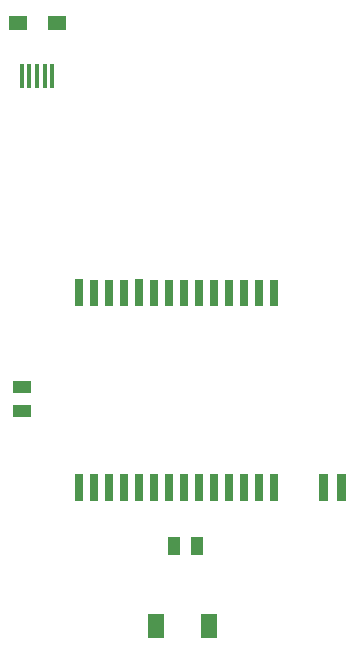
<source format=gtp>
G04 Layer: TopPasteMaskLayer*
G04 EasyEDA v6.4.20.6, 2021-07-28T11:41:20--4:00*
G04 2421fe4ad3c6477fbea3b4fc35478b58,7db2125e4611476bb2993bf99425ef50,10*
G04 Gerber Generator version 0.2*
G04 Scale: 100 percent, Rotated: No, Reflected: No *
G04 Dimensions in millimeters *
G04 leading zeros omitted , absolute positions ,4 integer and 5 decimal *
%FSLAX45Y45*%
%MOMM*%

%ADD13R,1.5500X1.0000*%
%ADD15R,0.7000X2.3000*%
%ADD16R,1.3500X2.0000*%
%ADD17R,0.4000X2.0000*%
%ADD18R,1.6000X1.1999*%

%LPD*%
D13*
G01*
X4749800Y-10310799D03*
G01*
X4749800Y-10110800D03*
G36*
X6184099Y-11377899D02*
G01*
X6284099Y-11377899D01*
X6284099Y-11532900D01*
X6184099Y-11532900D01*
G37*
G36*
X5984100Y-11377899D02*
G01*
X6084100Y-11377899D01*
X6084100Y-11532900D01*
X5984100Y-11532900D01*
G37*
G36*
X7489898Y-11075101D02*
G01*
X7489898Y-10845098D01*
X7419896Y-10845098D01*
X7419896Y-11075101D01*
G37*
G36*
X7337897Y-11075101D02*
G01*
X7337897Y-10845098D01*
X7267895Y-10845098D01*
X7267895Y-11075101D01*
G37*
G36*
X6917898Y-11075101D02*
G01*
X6917898Y-10845098D01*
X6847895Y-10845098D01*
X6847895Y-11075101D01*
G37*
G36*
X6790898Y-11075101D02*
G01*
X6790898Y-10845098D01*
X6720895Y-10845098D01*
X6720895Y-11075101D01*
G37*
G36*
X6663898Y-11075101D02*
G01*
X6663898Y-10845098D01*
X6593895Y-10845098D01*
X6593895Y-11075101D01*
G37*
G36*
X6536898Y-11075101D02*
G01*
X6536898Y-10845098D01*
X6466895Y-10845098D01*
X6466895Y-11075101D01*
G37*
D15*
G01*
X6882891Y-9309100D03*
G01*
X6756400Y-9309100D03*
G01*
X6628891Y-9309100D03*
G01*
X6501891Y-9309100D03*
G01*
X6374891Y-9309100D03*
G01*
X6247891Y-9309100D03*
G36*
X6409898Y-11075101D02*
G01*
X6409898Y-10845098D01*
X6339895Y-10845098D01*
X6339895Y-11075101D01*
G37*
G36*
X6282898Y-11075101D02*
G01*
X6282898Y-10845098D01*
X6212895Y-10845098D01*
X6212895Y-11075101D01*
G37*
G36*
X6155898Y-11075101D02*
G01*
X6155898Y-10845098D01*
X6085895Y-10845098D01*
X6085895Y-11075101D01*
G37*
G36*
X5958903Y-11075101D02*
G01*
X5958903Y-10845098D01*
X6028905Y-10845098D01*
X6028905Y-11075101D01*
G37*
G36*
X5704900Y-11075101D02*
G01*
X5704900Y-10845098D01*
X5774903Y-10845098D01*
X5774903Y-11075101D01*
G37*
G36*
X5831898Y-11075101D02*
G01*
X5831898Y-10845098D01*
X5901900Y-10845098D01*
X5901900Y-11075101D01*
G37*
G36*
X5323898Y-11075101D02*
G01*
X5323898Y-10845098D01*
X5393900Y-10845098D01*
X5393900Y-11075101D01*
G37*
G36*
X5196900Y-11075101D02*
G01*
X5196900Y-10845098D01*
X5266903Y-10845098D01*
X5266903Y-11075101D01*
G37*
G36*
X5450903Y-11075101D02*
G01*
X5450903Y-10845098D01*
X5520905Y-10845098D01*
X5520905Y-11075101D01*
G37*
G36*
X5647898Y-11075101D02*
G01*
X5647898Y-10845098D01*
X5577895Y-10845098D01*
X5577895Y-11075101D01*
G37*
G36*
X5704893Y-9194109D02*
G01*
X5704893Y-9424111D01*
X5774895Y-9424111D01*
X5774895Y-9194109D01*
G37*
G01*
X5864504Y-9309074D03*
G01*
X6118504Y-9309074D03*
G01*
X5991504Y-9309074D03*
G01*
X5483504Y-9309074D03*
G01*
X5610504Y-9309074D03*
G01*
X5356504Y-9309074D03*
G36*
X5194505Y-9194083D02*
G01*
X5194505Y-9424085D01*
X5264508Y-9424085D01*
X5264508Y-9194083D01*
G37*
D16*
G01*
X6333693Y-12128500D03*
G01*
X5883706Y-12128500D03*
D17*
G01*
X4747844Y-7477887D03*
G01*
X4812842Y-7477887D03*
G01*
X4877841Y-7477887D03*
G01*
X4942840Y-7477887D03*
G01*
X5007838Y-7477887D03*
D18*
G01*
X4716805Y-7025512D03*
G01*
X5044668Y-7025512D03*
M02*

</source>
